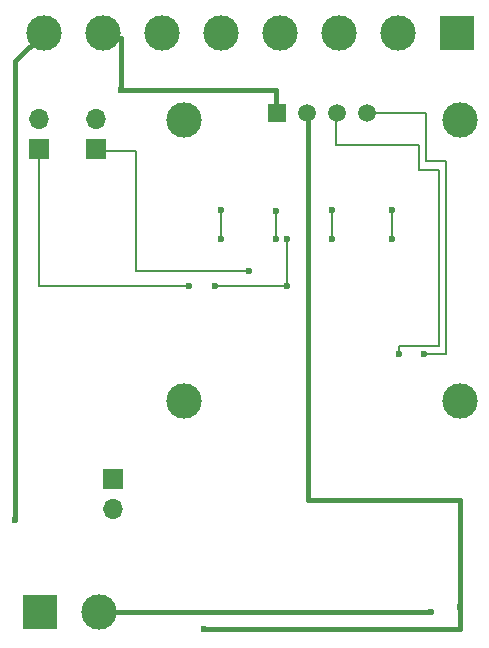
<source format=gbl>
G04 #@! TF.GenerationSoftware,KiCad,Pcbnew,9.0.0*
G04 #@! TF.CreationDate,2025-03-14T10:33:53+00:00*
G04 #@! TF.ProjectId,paxtogeddon-pcb,70617874-6f67-4656-9464-6f6e2d706362,rev?*
G04 #@! TF.SameCoordinates,Original*
G04 #@! TF.FileFunction,Copper,L2,Bot*
G04 #@! TF.FilePolarity,Positive*
%FSLAX46Y46*%
G04 Gerber Fmt 4.6, Leading zero omitted, Abs format (unit mm)*
G04 Created by KiCad (PCBNEW 9.0.0) date 2025-03-14 10:33:53*
%MOMM*%
%LPD*%
G01*
G04 APERTURE LIST*
G04 #@! TA.AperFunction,Conductor*
%ADD10C,0.200000*%
G04 #@! TD*
G04 #@! TA.AperFunction,Conductor*
%ADD11C,0.400000*%
G04 #@! TD*
G04 #@! TA.AperFunction,ComponentPad*
%ADD12R,3.000000X3.000000*%
G04 #@! TD*
G04 #@! TA.AperFunction,ComponentPad*
%ADD13C,3.000000*%
G04 #@! TD*
G04 #@! TA.AperFunction,ComponentPad*
%ADD14R,1.508000X1.508000*%
G04 #@! TD*
G04 #@! TA.AperFunction,ComponentPad*
%ADD15C,1.508000*%
G04 #@! TD*
G04 #@! TA.AperFunction,ComponentPad*
%ADD16O,1.700000X1.700000*%
G04 #@! TD*
G04 #@! TA.AperFunction,ComponentPad*
%ADD17R,1.700000X1.700000*%
G04 #@! TD*
G04 #@! TA.AperFunction,ViaPad*
%ADD18C,0.600000*%
G04 #@! TD*
G04 APERTURE END LIST*
D10*
X56500000Y-48000000D02*
X56500000Y-44000000D01*
X70000000Y-53700000D02*
X68100000Y-53700000D01*
X69400000Y-53000000D02*
X69400000Y-38100000D01*
X68300000Y-37400000D02*
X70000000Y-37400000D01*
X66000000Y-53000000D02*
X69400000Y-53000000D01*
X63300000Y-33300000D02*
X68300000Y-33300000D01*
X66000000Y-53700000D02*
X66000000Y-53000000D01*
D11*
X55600000Y-31400000D02*
X55600000Y-33200000D01*
D10*
X50900000Y-41500000D02*
X50900000Y-44000000D01*
D11*
X71200000Y-77000000D02*
X71200000Y-75100000D01*
X42500000Y-31400000D02*
X55600000Y-31400000D01*
D10*
X43700000Y-46700000D02*
X43700000Y-36500000D01*
D11*
X71200000Y-66100000D02*
X71200000Y-72600000D01*
X58300000Y-66100000D02*
X71200000Y-66100000D01*
D10*
X60700000Y-36000000D02*
X60700000Y-33400000D01*
X48200000Y-48000000D02*
X35500000Y-48000000D01*
X65400000Y-41500000D02*
X65400000Y-44000000D01*
X55600000Y-41600000D02*
X55600000Y-44000000D01*
X70000000Y-37400000D02*
X70000000Y-53700000D01*
D11*
X41500000Y-75600000D02*
X68700000Y-75600000D01*
X49500000Y-77000000D02*
X71200000Y-77000000D01*
X71200000Y-72600000D02*
X71200000Y-75100000D01*
D10*
X68300000Y-33300000D02*
X68300000Y-37400000D01*
X43700000Y-36500000D02*
X40300000Y-36500000D01*
X67700000Y-36000000D02*
X60700000Y-36000000D01*
X60300000Y-41500000D02*
X60300000Y-44000000D01*
D11*
X58300000Y-33300000D02*
X58300000Y-66100000D01*
D10*
X67700000Y-38100000D02*
X67700000Y-36000000D01*
X53300000Y-46700000D02*
X43700000Y-46700000D01*
X69400000Y-38100000D02*
X67700000Y-38100000D01*
X56500000Y-48000000D02*
X50400000Y-48000000D01*
X35500000Y-48000000D02*
X35500000Y-36700000D01*
D12*
X70900000Y-26500000D03*
D13*
X65900000Y-26500000D03*
X60900000Y-26500000D03*
X55900000Y-26500000D03*
X50900000Y-26500000D03*
X45900000Y-26500000D03*
X40900000Y-26500000D03*
X35900000Y-26500000D03*
D12*
X35567500Y-75567500D03*
D13*
X40567500Y-75567500D03*
D14*
X55660000Y-33300000D03*
D15*
X58200000Y-33300000D03*
X60740000Y-33300000D03*
X63280000Y-33300000D03*
D13*
X47820000Y-33900000D03*
X71120000Y-33900000D03*
X71120000Y-57700000D03*
X47820000Y-57700000D03*
D16*
X41800000Y-66865000D03*
D17*
X41800000Y-64325000D03*
X40300000Y-36375000D03*
D16*
X40300000Y-33835000D03*
D17*
X35500000Y-36375000D03*
D16*
X35500000Y-33835000D03*
D18*
X42500000Y-31400000D03*
X56500000Y-48000000D03*
X68700000Y-75600000D03*
X50400000Y-48000000D03*
X56500000Y-44000000D03*
X49500000Y-77000000D03*
X71200000Y-75100000D03*
X33500000Y-67800000D03*
X66000000Y-53700000D03*
X68100000Y-53700000D03*
X50900000Y-44000000D03*
X50900000Y-41500000D03*
X55600000Y-41600000D03*
X55600000Y-44000000D03*
X60300000Y-41500000D03*
X60300000Y-44000000D03*
X65400000Y-41500000D03*
X65400000Y-44000000D03*
X53300000Y-46700000D03*
X48200000Y-48000000D03*
D11*
X33500000Y-67800000D02*
X33500000Y-28900000D01*
X33500000Y-28900000D02*
X35900000Y-26500000D01*
X42500000Y-27000000D02*
X40500000Y-27000000D01*
X42500000Y-31400000D02*
X42500000Y-27000000D01*
M02*

</source>
